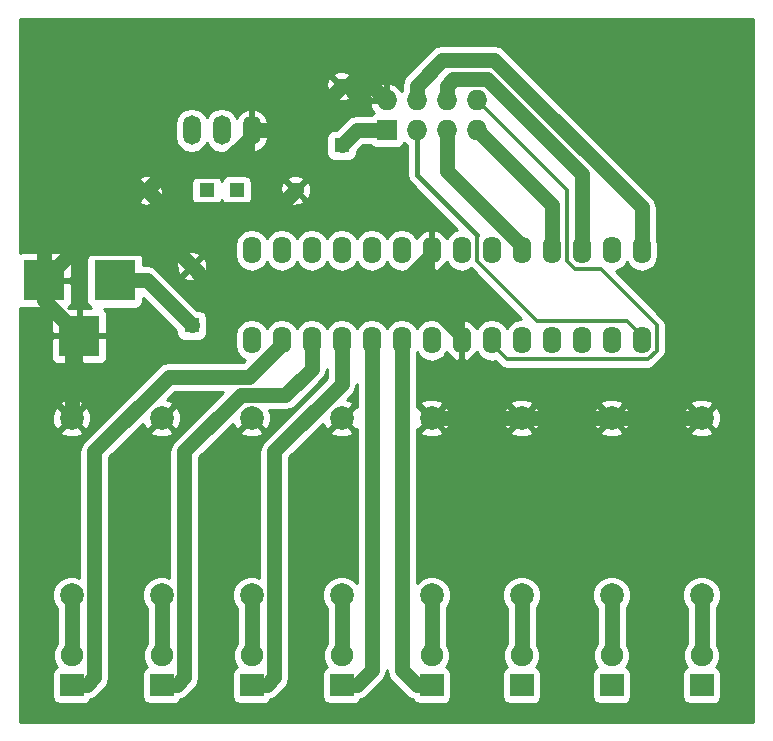
<source format=gbr>
G04 #@! TF.FileFunction,Copper,L2,Bot,Signal*
%FSLAX46Y46*%
G04 Gerber Fmt 4.6, Leading zero omitted, Abs format (unit mm)*
G04 Created by KiCad (PCBNEW (2015-12-07 BZR 6352)-product) date Fri 05 Feb 2016 10:23:55 PM EST*
%MOMM*%
G01*
G04 APERTURE LIST*
%ADD10C,0.100000*%
%ADD11R,1.300000X1.300000*%
%ADD12C,1.300000*%
%ADD13R,3.500120X3.500120*%
%ADD14R,2.000000X1.900000*%
%ADD15C,1.900000*%
%ADD16O,1.600000X2.300000*%
%ADD17C,1.998980*%
%ADD18O,1.501140X2.499360*%
%ADD19R,1.727200X1.727200*%
%ADD20O,1.727200X1.727200*%
%ADD21C,1.270000*%
%ADD22C,0.330200*%
%ADD23C,0.381000*%
%ADD24C,0.254000*%
G04 APERTURE END LIST*
D10*
D11*
X19050000Y45720000D03*
D12*
X24050000Y45720000D03*
D11*
X16510000Y45720000D03*
D12*
X11510000Y45720000D03*
D13*
X8740140Y38100000D03*
X2740660Y38100000D03*
X5740400Y33401000D03*
D14*
X5080000Y3810000D03*
D15*
X5080000Y6350000D03*
D14*
X12700000Y3810000D03*
D15*
X12700000Y6350000D03*
D14*
X20320000Y3810000D03*
D15*
X20320000Y6350000D03*
D14*
X27940000Y3810000D03*
D15*
X27940000Y6350000D03*
D14*
X35560000Y3810000D03*
D15*
X35560000Y6350000D03*
D14*
X43180000Y3810000D03*
D15*
X43180000Y6350000D03*
D14*
X50800000Y3810000D03*
D15*
X50800000Y6350000D03*
D14*
X58420000Y3810000D03*
D15*
X58420000Y6350000D03*
D16*
X20320000Y33020000D03*
X22860000Y33020000D03*
X25400000Y33020000D03*
X27940000Y33020000D03*
X30480000Y33020000D03*
X33020000Y33020000D03*
X35560000Y33020000D03*
X38100000Y33020000D03*
X40640000Y33020000D03*
X43180000Y33020000D03*
X45720000Y33020000D03*
X48260000Y33020000D03*
X50800000Y33020000D03*
X53340000Y33020000D03*
X53340000Y40640000D03*
X50800000Y40640000D03*
X48260000Y40640000D03*
X45720000Y40640000D03*
X43180000Y40640000D03*
X40640000Y40640000D03*
X38100000Y40640000D03*
X35560000Y40640000D03*
X33020000Y40640000D03*
X30480000Y40640000D03*
X27940000Y40640000D03*
X25400000Y40640000D03*
X22860000Y40640000D03*
X20320000Y40640000D03*
D17*
X5080000Y26430000D03*
X5080000Y11430000D03*
X12700000Y26430000D03*
X12700000Y11430000D03*
X20320000Y26430000D03*
X20320000Y11430000D03*
X27940000Y26430000D03*
X27940000Y11430000D03*
X35560000Y26430000D03*
X35560000Y11430000D03*
X43180000Y26430000D03*
X43180000Y11430000D03*
X50800000Y26430000D03*
X50800000Y11430000D03*
X58420000Y26430000D03*
X58420000Y11430000D03*
D18*
X17780000Y50800000D03*
X20320000Y50800000D03*
X15240000Y50800000D03*
D19*
X31750000Y50800000D03*
D20*
X31750000Y53340000D03*
X34290000Y50800000D03*
X34290000Y53340000D03*
X36830000Y50800000D03*
X36830000Y53340000D03*
X39370000Y50800000D03*
X39370000Y53340000D03*
D11*
X15240000Y34290000D03*
D12*
X15240000Y39290000D03*
D11*
X27940000Y49530000D03*
D12*
X27940000Y54530000D03*
D21*
X8740140Y38100000D02*
X11430000Y38100000D01*
X11430000Y38100000D02*
X15240000Y34290000D01*
X5080000Y26430000D02*
X5080000Y32740600D01*
X5080000Y32740600D02*
X5740400Y33401000D01*
X43180000Y26430000D02*
X35560000Y26430000D01*
X50800000Y26430000D02*
X43180000Y26430000D01*
X58420000Y26430000D02*
X50800000Y26430000D01*
X27940000Y54530000D02*
X30560000Y54530000D01*
X30560000Y54530000D02*
X31750000Y53340000D01*
X24210000Y50800000D02*
X27940000Y54530000D01*
X20320000Y50800000D02*
X24210000Y50800000D01*
X11510000Y45720000D02*
X13099801Y47309801D01*
X17328911Y47309801D02*
X20320000Y50300890D01*
X13099801Y47309801D02*
X17328911Y47309801D01*
X20320000Y50300890D02*
X20320000Y50800000D01*
X24050000Y45720000D02*
X22460199Y44130199D01*
X13099801Y44130199D02*
X11510000Y45720000D01*
X22460199Y44130199D02*
X13099801Y44130199D01*
X11510000Y45720000D02*
X7340600Y45720000D01*
X7340600Y45720000D02*
X2740660Y41120060D01*
X2740660Y41120060D02*
X2740660Y38100000D01*
X2740660Y38100000D02*
X2740660Y36400740D01*
X2740660Y36400740D02*
X5740400Y33401000D01*
X33490000Y38220000D02*
X33490000Y37980000D01*
X33490000Y37980000D02*
X38100000Y33370000D01*
X38100000Y33370000D02*
X38100000Y33020000D01*
X15240000Y39290000D02*
X16310000Y38220000D01*
X33490000Y38220000D02*
X35560000Y40290000D01*
X16310000Y38220000D02*
X33490000Y38220000D01*
X35560000Y40290000D02*
X35560000Y40640000D01*
X2740660Y38100000D02*
X5430521Y40789861D01*
X5430521Y40789861D02*
X13740139Y40789861D01*
X13740139Y40789861D02*
X15240000Y39290000D01*
X31750000Y50800000D02*
X29210000Y50800000D01*
X29210000Y50800000D02*
X27940000Y49530000D01*
X39370000Y50800000D02*
X45720000Y44450000D01*
X45720000Y44450000D02*
X45720000Y40640000D01*
X36830000Y50800000D02*
X36830000Y47340000D01*
X36830000Y47340000D02*
X43180000Y40990000D01*
X43180000Y40990000D02*
X43180000Y40640000D01*
X36830000Y53340000D02*
X36830000Y54561314D01*
X36830000Y54561314D02*
X37412087Y55143401D01*
X37412087Y55143401D02*
X40235633Y55143401D01*
X40235633Y55143401D02*
X48260000Y47119034D01*
X48260000Y47119034D02*
X48260000Y40640000D01*
X5080000Y6350000D02*
X5080000Y11430000D01*
X12700000Y11430000D02*
X12700000Y6350000D01*
X20320000Y6350000D02*
X20320000Y11430000D01*
X27940000Y11430000D02*
X27940000Y6350000D01*
X35560000Y6350000D02*
X35560000Y11430000D01*
X43180000Y11430000D02*
X43180000Y6350000D01*
X50800000Y6350000D02*
X50800000Y11430000D01*
X58420000Y11430000D02*
X58420000Y6350000D01*
D22*
X39370000Y53340000D02*
X46990000Y45720000D01*
X46990000Y45720000D02*
X46990000Y39764077D01*
X46990000Y39764077D02*
X47733987Y39020090D01*
X47733987Y39020090D02*
X49879910Y39020090D01*
X49879910Y39020090D02*
X54610000Y34290000D01*
X53866013Y31400090D02*
X41909910Y31400090D01*
X54610000Y34290000D02*
X54610000Y32144077D01*
X54610000Y32144077D02*
X53866013Y31400090D01*
X41909910Y31400090D02*
X40640000Y32670000D01*
X40640000Y32670000D02*
X40640000Y33020000D01*
X39370000Y41910000D02*
X39370000Y39764077D01*
X39370000Y39764077D02*
X44494167Y34639910D01*
X44494167Y34639910D02*
X52070090Y34639910D01*
X52070090Y34639910D02*
X53340000Y33370000D01*
X53340000Y33370000D02*
X53340000Y33020000D01*
D23*
X34290000Y46990000D02*
X39370000Y41910000D01*
X34290000Y50800000D02*
X34290000Y46990000D01*
D21*
X34290000Y53340000D02*
X34290000Y54561314D01*
X34290000Y54561314D02*
X36446898Y56718212D01*
X36446898Y56718212D02*
X40887941Y56718212D01*
X40887941Y56718212D02*
X53340000Y44266153D01*
X53340000Y44266153D02*
X53340000Y40640000D01*
X5080000Y3810000D02*
X6350000Y3810000D01*
X6350000Y3810000D02*
X7019291Y4479291D01*
X7019291Y4479291D02*
X7019291Y23619443D01*
X20134102Y29944102D02*
X22860000Y32670000D01*
X7019291Y23619443D02*
X13343950Y29944102D01*
X13343950Y29944102D02*
X20134102Y29944102D01*
X22860000Y32670000D02*
X22860000Y33020000D01*
X12700000Y3810000D02*
X13970000Y3810000D01*
X13970000Y3810000D02*
X14639291Y4479291D01*
X14639291Y4479291D02*
X14639291Y23619443D01*
X14639291Y23619443D02*
X19389139Y28369291D01*
X19389139Y28369291D02*
X23169291Y28369291D01*
X23169291Y28369291D02*
X25400000Y30600000D01*
X25400000Y30600000D02*
X25400000Y33020000D01*
X20320000Y3810000D02*
X21590000Y3810000D01*
X21590000Y3810000D02*
X22259291Y4479291D01*
X22259291Y4479291D02*
X22259291Y23619443D01*
X22259291Y23619443D02*
X27940000Y29300152D01*
X27940000Y29300152D02*
X27940000Y33020000D01*
X27940000Y3810000D02*
X29210000Y3810000D01*
X29210000Y3810000D02*
X30480000Y5080000D01*
X30480000Y5080000D02*
X30480000Y33020000D01*
X35560000Y3810000D02*
X34290000Y3810000D01*
X33020000Y5080000D02*
X33020000Y33020000D01*
X34290000Y3810000D02*
X33020000Y5080000D01*
D24*
G36*
X62790000Y710000D02*
X710000Y710000D01*
X710000Y4760000D01*
X3432560Y4760000D01*
X3432560Y2860000D01*
X3476838Y2624683D01*
X3615910Y2408559D01*
X3828110Y2263569D01*
X4080000Y2212560D01*
X6080000Y2212560D01*
X6315317Y2256838D01*
X6531441Y2395910D01*
X6673917Y2604431D01*
X6836008Y2636673D01*
X7248026Y2911974D01*
X7917314Y3581263D01*
X7917317Y3581265D01*
X8192618Y3993283D01*
X8289291Y4479291D01*
X8289291Y23093391D01*
X10473737Y25277837D01*
X11727443Y25277837D01*
X11826042Y25011035D01*
X12435582Y24784599D01*
X13085377Y24808659D01*
X13573958Y25011035D01*
X13672557Y25277837D01*
X12700000Y26250395D01*
X11727443Y25277837D01*
X10473737Y25277837D01*
X11126068Y25930168D01*
X11281035Y25556042D01*
X11547837Y25457443D01*
X12520395Y26430000D01*
X12879605Y26430000D01*
X13852163Y25457443D01*
X14118965Y25556042D01*
X14345401Y26165582D01*
X14321341Y26815377D01*
X14118965Y27303958D01*
X13852163Y27402557D01*
X12879605Y26430000D01*
X12520395Y26430000D01*
X12506253Y26444142D01*
X12685858Y26623747D01*
X12700000Y26609605D01*
X13672557Y27582163D01*
X13573958Y27848965D01*
X13188177Y27992278D01*
X13870001Y28674102D01*
X17897899Y28674102D01*
X13741265Y24517469D01*
X13465964Y24105451D01*
X13369290Y23619443D01*
X13369291Y23619438D01*
X13369291Y12921886D01*
X13026547Y13064206D01*
X12376306Y13064774D01*
X11775345Y12816462D01*
X11315154Y12357073D01*
X11065794Y11756547D01*
X11065226Y11106306D01*
X11313538Y10505345D01*
X11430000Y10388680D01*
X11430000Y7321790D01*
X11357086Y7249003D01*
X11115276Y6666659D01*
X11114725Y6036107D01*
X11355519Y5453343D01*
X11453029Y5355663D01*
X11248559Y5224090D01*
X11103569Y5011890D01*
X11052560Y4760000D01*
X11052560Y2860000D01*
X11096838Y2624683D01*
X11235910Y2408559D01*
X11448110Y2263569D01*
X11700000Y2212560D01*
X13700000Y2212560D01*
X13935317Y2256838D01*
X14151441Y2395910D01*
X14293917Y2604431D01*
X14456008Y2636673D01*
X14868026Y2911974D01*
X15537314Y3581263D01*
X15537317Y3581265D01*
X15812618Y3993283D01*
X15909291Y4479291D01*
X15909291Y23093391D01*
X18093737Y25277837D01*
X19347443Y25277837D01*
X19446042Y25011035D01*
X20055582Y24784599D01*
X20705377Y24808659D01*
X21193958Y25011035D01*
X21292557Y25277837D01*
X20320000Y26250395D01*
X19347443Y25277837D01*
X18093737Y25277837D01*
X18746068Y25930168D01*
X18901035Y25556042D01*
X19167837Y25457443D01*
X20140395Y26430000D01*
X20126253Y26444142D01*
X20305858Y26623747D01*
X20320000Y26609605D01*
X20334142Y26623748D01*
X20513748Y26444142D01*
X20499605Y26430000D01*
X21472163Y25457443D01*
X21738965Y25556042D01*
X21965401Y26165582D01*
X21941341Y26815377D01*
X21823740Y27099291D01*
X23169286Y27099291D01*
X23169291Y27099290D01*
X23655299Y27195964D01*
X24067317Y27471265D01*
X26298026Y29701974D01*
X26573327Y30113992D01*
X26670000Y30599995D01*
X26670000Y29826203D01*
X21361265Y24517469D01*
X21085964Y24105451D01*
X20989290Y23619443D01*
X20989291Y23619438D01*
X20989291Y12921886D01*
X20646547Y13064206D01*
X19996306Y13064774D01*
X19395345Y12816462D01*
X18935154Y12357073D01*
X18685794Y11756547D01*
X18685226Y11106306D01*
X18933538Y10505345D01*
X19050000Y10388680D01*
X19050000Y7321790D01*
X18977086Y7249003D01*
X18735276Y6666659D01*
X18734725Y6036107D01*
X18975519Y5453343D01*
X19073029Y5355663D01*
X18868559Y5224090D01*
X18723569Y5011890D01*
X18672560Y4760000D01*
X18672560Y2860000D01*
X18716838Y2624683D01*
X18855910Y2408559D01*
X19068110Y2263569D01*
X19320000Y2212560D01*
X21320000Y2212560D01*
X21555317Y2256838D01*
X21771441Y2395910D01*
X21913917Y2604431D01*
X22076008Y2636673D01*
X22488026Y2911974D01*
X23157314Y3581263D01*
X23157317Y3581265D01*
X23432618Y3993283D01*
X23529291Y4479291D01*
X23529291Y23093391D01*
X25713737Y25277837D01*
X26967443Y25277837D01*
X27066042Y25011035D01*
X27675582Y24784599D01*
X28325377Y24808659D01*
X28813958Y25011035D01*
X28912557Y25277837D01*
X27940000Y26250395D01*
X26967443Y25277837D01*
X25713737Y25277837D01*
X26366068Y25930168D01*
X26521035Y25556042D01*
X26787837Y25457443D01*
X27760395Y26430000D01*
X27746253Y26444142D01*
X27925858Y26623747D01*
X27940000Y26609605D01*
X28912557Y27582163D01*
X28813958Y27848965D01*
X28428177Y27992278D01*
X28838023Y28402124D01*
X28838026Y28402126D01*
X29113327Y28814144D01*
X29121513Y28855299D01*
X29210000Y29300147D01*
X29210000Y27359009D01*
X29092163Y27402557D01*
X28119605Y26430000D01*
X29092163Y25457443D01*
X29210000Y25500991D01*
X29210000Y12471320D01*
X28867073Y12814846D01*
X28266547Y13064206D01*
X27616306Y13064774D01*
X27015345Y12816462D01*
X26555154Y12357073D01*
X26305794Y11756547D01*
X26305226Y11106306D01*
X26553538Y10505345D01*
X26670000Y10388680D01*
X26670000Y7321790D01*
X26597086Y7249003D01*
X26355276Y6666659D01*
X26354725Y6036107D01*
X26595519Y5453343D01*
X26693029Y5355663D01*
X26488559Y5224090D01*
X26343569Y5011890D01*
X26292560Y4760000D01*
X26292560Y2860000D01*
X26336838Y2624683D01*
X26475910Y2408559D01*
X26688110Y2263569D01*
X26940000Y2212560D01*
X28940000Y2212560D01*
X29175317Y2256838D01*
X29391441Y2395910D01*
X29533917Y2604431D01*
X29696008Y2636673D01*
X30108026Y2911974D01*
X31378023Y4181972D01*
X31378026Y4181974D01*
X31653327Y4593992D01*
X31750000Y5079997D01*
X31846673Y4593992D01*
X32121974Y4181974D01*
X33391972Y2911977D01*
X33391974Y2911974D01*
X33803992Y2636673D01*
X33970426Y2603567D01*
X34095910Y2408559D01*
X34308110Y2263569D01*
X34560000Y2212560D01*
X36560000Y2212560D01*
X36795317Y2256838D01*
X37011441Y2395910D01*
X37156431Y2608110D01*
X37207440Y2860000D01*
X37207440Y4760000D01*
X41532560Y4760000D01*
X41532560Y2860000D01*
X41576838Y2624683D01*
X41715910Y2408559D01*
X41928110Y2263569D01*
X42180000Y2212560D01*
X44180000Y2212560D01*
X44415317Y2256838D01*
X44631441Y2395910D01*
X44776431Y2608110D01*
X44827440Y2860000D01*
X44827440Y4760000D01*
X49152560Y4760000D01*
X49152560Y2860000D01*
X49196838Y2624683D01*
X49335910Y2408559D01*
X49548110Y2263569D01*
X49800000Y2212560D01*
X51800000Y2212560D01*
X52035317Y2256838D01*
X52251441Y2395910D01*
X52396431Y2608110D01*
X52447440Y2860000D01*
X52447440Y4760000D01*
X56772560Y4760000D01*
X56772560Y2860000D01*
X56816838Y2624683D01*
X56955910Y2408559D01*
X57168110Y2263569D01*
X57420000Y2212560D01*
X59420000Y2212560D01*
X59655317Y2256838D01*
X59871441Y2395910D01*
X60016431Y2608110D01*
X60067440Y2860000D01*
X60067440Y4760000D01*
X60023162Y4995317D01*
X59884090Y5211441D01*
X59671890Y5356431D01*
X59668808Y5357055D01*
X59762914Y5450997D01*
X60004724Y6033341D01*
X60005275Y6663893D01*
X59764481Y7246657D01*
X59690000Y7321268D01*
X59690000Y10388281D01*
X59804846Y10502927D01*
X60054206Y11103453D01*
X60054774Y11753694D01*
X59806462Y12354655D01*
X59347073Y12814846D01*
X58746547Y13064206D01*
X58096306Y13064774D01*
X57495345Y12816462D01*
X57035154Y12357073D01*
X56785794Y11756547D01*
X56785226Y11106306D01*
X57033538Y10505345D01*
X57150000Y10388680D01*
X57150000Y7321790D01*
X57077086Y7249003D01*
X56835276Y6666659D01*
X56834725Y6036107D01*
X57075519Y5453343D01*
X57173029Y5355663D01*
X56968559Y5224090D01*
X56823569Y5011890D01*
X56772560Y4760000D01*
X52447440Y4760000D01*
X52403162Y4995317D01*
X52264090Y5211441D01*
X52051890Y5356431D01*
X52048808Y5357055D01*
X52142914Y5450997D01*
X52384724Y6033341D01*
X52385275Y6663893D01*
X52144481Y7246657D01*
X52070000Y7321268D01*
X52070000Y10388281D01*
X52184846Y10502927D01*
X52434206Y11103453D01*
X52434774Y11753694D01*
X52186462Y12354655D01*
X51727073Y12814846D01*
X51126547Y13064206D01*
X50476306Y13064774D01*
X49875345Y12816462D01*
X49415154Y12357073D01*
X49165794Y11756547D01*
X49165226Y11106306D01*
X49413538Y10505345D01*
X49530000Y10388680D01*
X49530000Y7321790D01*
X49457086Y7249003D01*
X49215276Y6666659D01*
X49214725Y6036107D01*
X49455519Y5453343D01*
X49553029Y5355663D01*
X49348559Y5224090D01*
X49203569Y5011890D01*
X49152560Y4760000D01*
X44827440Y4760000D01*
X44783162Y4995317D01*
X44644090Y5211441D01*
X44431890Y5356431D01*
X44428808Y5357055D01*
X44522914Y5450997D01*
X44764724Y6033341D01*
X44765275Y6663893D01*
X44524481Y7246657D01*
X44450000Y7321268D01*
X44450000Y10388281D01*
X44564846Y10502927D01*
X44814206Y11103453D01*
X44814774Y11753694D01*
X44566462Y12354655D01*
X44107073Y12814846D01*
X43506547Y13064206D01*
X42856306Y13064774D01*
X42255345Y12816462D01*
X41795154Y12357073D01*
X41545794Y11756547D01*
X41545226Y11106306D01*
X41793538Y10505345D01*
X41910000Y10388680D01*
X41910000Y7321790D01*
X41837086Y7249003D01*
X41595276Y6666659D01*
X41594725Y6036107D01*
X41835519Y5453343D01*
X41933029Y5355663D01*
X41728559Y5224090D01*
X41583569Y5011890D01*
X41532560Y4760000D01*
X37207440Y4760000D01*
X37163162Y4995317D01*
X37024090Y5211441D01*
X36811890Y5356431D01*
X36808808Y5357055D01*
X36902914Y5450997D01*
X37144724Y6033341D01*
X37145275Y6663893D01*
X36904481Y7246657D01*
X36830000Y7321268D01*
X36830000Y10388281D01*
X36944846Y10502927D01*
X37194206Y11103453D01*
X37194774Y11753694D01*
X36946462Y12354655D01*
X36487073Y12814846D01*
X35886547Y13064206D01*
X35236306Y13064774D01*
X34635345Y12816462D01*
X34290000Y12471719D01*
X34290000Y25277837D01*
X34587443Y25277837D01*
X34686042Y25011035D01*
X35295582Y24784599D01*
X35945377Y24808659D01*
X36433958Y25011035D01*
X36532557Y25277837D01*
X42207443Y25277837D01*
X42306042Y25011035D01*
X42915582Y24784599D01*
X43565377Y24808659D01*
X44053958Y25011035D01*
X44152557Y25277837D01*
X49827443Y25277837D01*
X49926042Y25011035D01*
X50535582Y24784599D01*
X51185377Y24808659D01*
X51673958Y25011035D01*
X51772557Y25277837D01*
X57447443Y25277837D01*
X57546042Y25011035D01*
X58155582Y24784599D01*
X58805377Y24808659D01*
X59293958Y25011035D01*
X59392557Y25277837D01*
X58420000Y26250395D01*
X57447443Y25277837D01*
X51772557Y25277837D01*
X50800000Y26250395D01*
X49827443Y25277837D01*
X44152557Y25277837D01*
X43180000Y26250395D01*
X42207443Y25277837D01*
X36532557Y25277837D01*
X35560000Y26250395D01*
X34587443Y25277837D01*
X34290000Y25277837D01*
X34290000Y25500991D01*
X34407837Y25457443D01*
X35380395Y26430000D01*
X35739605Y26430000D01*
X36712163Y25457443D01*
X36978965Y25556042D01*
X37205401Y26165582D01*
X37185820Y26694418D01*
X41534599Y26694418D01*
X41558659Y26044623D01*
X41761035Y25556042D01*
X42027837Y25457443D01*
X43000395Y26430000D01*
X43359605Y26430000D01*
X44332163Y25457443D01*
X44598965Y25556042D01*
X44825401Y26165582D01*
X44805820Y26694418D01*
X49154599Y26694418D01*
X49178659Y26044623D01*
X49381035Y25556042D01*
X49647837Y25457443D01*
X50620395Y26430000D01*
X50979605Y26430000D01*
X51952163Y25457443D01*
X52218965Y25556042D01*
X52445401Y26165582D01*
X52425820Y26694418D01*
X56774599Y26694418D01*
X56798659Y26044623D01*
X57001035Y25556042D01*
X57267837Y25457443D01*
X58240395Y26430000D01*
X58599605Y26430000D01*
X59572163Y25457443D01*
X59838965Y25556042D01*
X60065401Y26165582D01*
X60041341Y26815377D01*
X59838965Y27303958D01*
X59572163Y27402557D01*
X58599605Y26430000D01*
X58240395Y26430000D01*
X57267837Y27402557D01*
X57001035Y27303958D01*
X56774599Y26694418D01*
X52425820Y26694418D01*
X52421341Y26815377D01*
X52218965Y27303958D01*
X51952163Y27402557D01*
X50979605Y26430000D01*
X50620395Y26430000D01*
X49647837Y27402557D01*
X49381035Y27303958D01*
X49154599Y26694418D01*
X44805820Y26694418D01*
X44801341Y26815377D01*
X44598965Y27303958D01*
X44332163Y27402557D01*
X43359605Y26430000D01*
X43000395Y26430000D01*
X42027837Y27402557D01*
X41761035Y27303958D01*
X41534599Y26694418D01*
X37185820Y26694418D01*
X37181341Y26815377D01*
X36978965Y27303958D01*
X36712163Y27402557D01*
X35739605Y26430000D01*
X35380395Y26430000D01*
X34407837Y27402557D01*
X34290000Y27359009D01*
X34290000Y27582163D01*
X34587443Y27582163D01*
X35560000Y26609605D01*
X36532557Y27582163D01*
X42207443Y27582163D01*
X43180000Y26609605D01*
X44152557Y27582163D01*
X49827443Y27582163D01*
X50800000Y26609605D01*
X51772557Y27582163D01*
X57447443Y27582163D01*
X58420000Y26609605D01*
X59392557Y27582163D01*
X59293958Y27848965D01*
X58684418Y28075401D01*
X58034623Y28051341D01*
X57546042Y27848965D01*
X57447443Y27582163D01*
X51772557Y27582163D01*
X51673958Y27848965D01*
X51064418Y28075401D01*
X50414623Y28051341D01*
X49926042Y27848965D01*
X49827443Y27582163D01*
X44152557Y27582163D01*
X44053958Y27848965D01*
X43444418Y28075401D01*
X42794623Y28051341D01*
X42306042Y27848965D01*
X42207443Y27582163D01*
X36532557Y27582163D01*
X36433958Y27848965D01*
X35824418Y28075401D01*
X35174623Y28051341D01*
X34686042Y27848965D01*
X34587443Y27582163D01*
X34290000Y27582163D01*
X34290000Y32002418D01*
X34545302Y31620332D01*
X35010849Y31309263D01*
X35560000Y31200030D01*
X36109151Y31309263D01*
X36574698Y31620332D01*
X36827149Y31998151D01*
X37175104Y31565500D01*
X37668181Y31295633D01*
X37750961Y31278096D01*
X37973000Y31400085D01*
X37973000Y32893000D01*
X37953000Y32893000D01*
X37953000Y33147000D01*
X37973000Y33147000D01*
X37973000Y34639915D01*
X37750961Y34761904D01*
X37668181Y34744367D01*
X37175104Y34474500D01*
X36827149Y34041849D01*
X36574698Y34419668D01*
X36109151Y34730737D01*
X35560000Y34839970D01*
X35010849Y34730737D01*
X34545302Y34419668D01*
X34290000Y34037582D01*
X34034698Y34419668D01*
X33569151Y34730737D01*
X33020000Y34839970D01*
X32470849Y34730737D01*
X32005302Y34419668D01*
X31750000Y34037582D01*
X31494698Y34419668D01*
X31029151Y34730737D01*
X30480000Y34839970D01*
X29930849Y34730737D01*
X29465302Y34419668D01*
X29210000Y34037582D01*
X28954698Y34419668D01*
X28489151Y34730737D01*
X27940000Y34839970D01*
X27390849Y34730737D01*
X26925302Y34419668D01*
X26670000Y34037582D01*
X26414698Y34419668D01*
X25949151Y34730737D01*
X25400000Y34839970D01*
X24850849Y34730737D01*
X24385302Y34419668D01*
X24130000Y34037582D01*
X23874698Y34419668D01*
X23409151Y34730737D01*
X22860000Y34839970D01*
X22310849Y34730737D01*
X21845302Y34419668D01*
X21590000Y34037582D01*
X21334698Y34419668D01*
X20869151Y34730737D01*
X20320000Y34839970D01*
X19770849Y34730737D01*
X19305302Y34419668D01*
X18994233Y33954121D01*
X18885000Y33404970D01*
X18885000Y32635030D01*
X18994233Y32085879D01*
X19305302Y31620332D01*
X19730303Y31336355D01*
X19608050Y31214102D01*
X13343955Y31214102D01*
X13343950Y31214103D01*
X12857942Y31117429D01*
X12445924Y30842128D01*
X12445922Y30842125D01*
X6121265Y24517469D01*
X5845964Y24105451D01*
X5749290Y23619443D01*
X5749291Y23619438D01*
X5749291Y12921886D01*
X5406547Y13064206D01*
X4756306Y13064774D01*
X4155345Y12816462D01*
X3695154Y12357073D01*
X3445794Y11756547D01*
X3445226Y11106306D01*
X3693538Y10505345D01*
X3810000Y10388680D01*
X3810000Y7321790D01*
X3737086Y7249003D01*
X3495276Y6666659D01*
X3494725Y6036107D01*
X3735519Y5453343D01*
X3833029Y5355663D01*
X3628559Y5224090D01*
X3483569Y5011890D01*
X3432560Y4760000D01*
X710000Y4760000D01*
X710000Y25277837D01*
X4107443Y25277837D01*
X4206042Y25011035D01*
X4815582Y24784599D01*
X5465377Y24808659D01*
X5953958Y25011035D01*
X6052557Y25277837D01*
X5080000Y26250395D01*
X4107443Y25277837D01*
X710000Y25277837D01*
X710000Y26694418D01*
X3434599Y26694418D01*
X3458659Y26044623D01*
X3661035Y25556042D01*
X3927837Y25457443D01*
X4900395Y26430000D01*
X5259605Y26430000D01*
X6232163Y25457443D01*
X6498965Y25556042D01*
X6725401Y26165582D01*
X6701341Y26815377D01*
X6498965Y27303958D01*
X6232163Y27402557D01*
X5259605Y26430000D01*
X4900395Y26430000D01*
X3927837Y27402557D01*
X3661035Y27303958D01*
X3434599Y26694418D01*
X710000Y26694418D01*
X710000Y27582163D01*
X4107443Y27582163D01*
X5080000Y26609605D01*
X6052557Y27582163D01*
X5953958Y27848965D01*
X5344418Y28075401D01*
X4694623Y28051341D01*
X4206042Y27848965D01*
X4107443Y27582163D01*
X710000Y27582163D01*
X710000Y33115250D01*
X3355340Y33115250D01*
X3355340Y31524630D01*
X3452013Y31291241D01*
X3630642Y31112613D01*
X3864031Y31015940D01*
X5454650Y31015940D01*
X5613400Y31174690D01*
X5613400Y33274000D01*
X5867400Y33274000D01*
X5867400Y31174690D01*
X6026150Y31015940D01*
X7616769Y31015940D01*
X7850158Y31112613D01*
X8028787Y31291241D01*
X8125460Y31524630D01*
X8125460Y33115250D01*
X7966710Y33274000D01*
X5867400Y33274000D01*
X5613400Y33274000D01*
X3514090Y33274000D01*
X3355340Y33115250D01*
X710000Y33115250D01*
X710000Y35778849D01*
X864291Y35714940D01*
X2454910Y35714940D01*
X2613660Y35873690D01*
X2613660Y37973000D01*
X2867660Y37973000D01*
X2867660Y35873690D01*
X3026410Y35714940D01*
X3692332Y35714940D01*
X3630642Y35689387D01*
X3452013Y35510759D01*
X3355340Y35277370D01*
X3355340Y33686750D01*
X3514090Y33528000D01*
X5613400Y33528000D01*
X5613400Y35627310D01*
X5867400Y35627310D01*
X5867400Y33528000D01*
X7966710Y33528000D01*
X8125460Y33686750D01*
X8125460Y35277370D01*
X8028787Y35510759D01*
X7850158Y35689387D01*
X7818500Y35702500D01*
X10490200Y35702500D01*
X10725517Y35746778D01*
X10941641Y35885850D01*
X11086631Y36098050D01*
X11137640Y36349940D01*
X11137640Y36596308D01*
X13942560Y33791389D01*
X13942560Y33640000D01*
X13986838Y33404683D01*
X14125910Y33188559D01*
X14338110Y33043569D01*
X14590000Y32992560D01*
X15890000Y32992560D01*
X16125317Y33036838D01*
X16341441Y33175910D01*
X16486431Y33388110D01*
X16537440Y33640000D01*
X16537440Y34940000D01*
X16493162Y35175317D01*
X16354090Y35391441D01*
X16141890Y35536431D01*
X15890000Y35587440D01*
X15738611Y35587440D01*
X12935068Y38390984D01*
X14520590Y38390984D01*
X14576271Y38160389D01*
X15059078Y37992378D01*
X15569428Y38021917D01*
X15903729Y38160389D01*
X15959410Y38390984D01*
X15240000Y39110395D01*
X14520590Y38390984D01*
X12935068Y38390984D01*
X12328026Y38998026D01*
X11916008Y39273327D01*
X11430000Y39370001D01*
X11429995Y39370000D01*
X11137640Y39370000D01*
X11137640Y39470922D01*
X13942378Y39470922D01*
X13971917Y38960572D01*
X14110389Y38626271D01*
X14340984Y38570590D01*
X15060395Y39290000D01*
X15419605Y39290000D01*
X16139016Y38570590D01*
X16369611Y38626271D01*
X16537622Y39109078D01*
X16508083Y39619428D01*
X16369611Y39953729D01*
X16139016Y40009410D01*
X15419605Y39290000D01*
X15060395Y39290000D01*
X14340984Y40009410D01*
X14110389Y39953729D01*
X13942378Y39470922D01*
X11137640Y39470922D01*
X11137640Y39850060D01*
X11093362Y40085377D01*
X11026673Y40189016D01*
X14520590Y40189016D01*
X15240000Y39469605D01*
X15959410Y40189016D01*
X15903729Y40419611D01*
X15420922Y40587622D01*
X14910572Y40558083D01*
X14576271Y40419611D01*
X14520590Y40189016D01*
X11026673Y40189016D01*
X10954290Y40301501D01*
X10742090Y40446491D01*
X10490200Y40497500D01*
X6990080Y40497500D01*
X6754763Y40453222D01*
X6538639Y40314150D01*
X6393649Y40101950D01*
X6342640Y39850060D01*
X6342640Y36349940D01*
X6386918Y36114623D01*
X6525990Y35898499D01*
X6690550Y35786060D01*
X6026150Y35786060D01*
X5867400Y35627310D01*
X5613400Y35627310D01*
X5454650Y35786060D01*
X4788728Y35786060D01*
X4850418Y35811613D01*
X5029047Y35990241D01*
X5125720Y36223630D01*
X5125720Y37814250D01*
X4966970Y37973000D01*
X2867660Y37973000D01*
X2613660Y37973000D01*
X2593660Y37973000D01*
X2593660Y38227000D01*
X2613660Y38227000D01*
X2613660Y40326310D01*
X2867660Y40326310D01*
X2867660Y38227000D01*
X4966970Y38227000D01*
X5125720Y38385750D01*
X5125720Y39976370D01*
X5029047Y40209759D01*
X4850418Y40388387D01*
X4617029Y40485060D01*
X3026410Y40485060D01*
X2867660Y40326310D01*
X2613660Y40326310D01*
X2454910Y40485060D01*
X864291Y40485060D01*
X710000Y40421151D01*
X710000Y41024970D01*
X18885000Y41024970D01*
X18885000Y40255030D01*
X18994233Y39705879D01*
X19305302Y39240332D01*
X19770849Y38929263D01*
X20320000Y38820030D01*
X20869151Y38929263D01*
X21334698Y39240332D01*
X21590000Y39622418D01*
X21845302Y39240332D01*
X22310849Y38929263D01*
X22860000Y38820030D01*
X23409151Y38929263D01*
X23874698Y39240332D01*
X24130000Y39622418D01*
X24385302Y39240332D01*
X24850849Y38929263D01*
X25400000Y38820030D01*
X25949151Y38929263D01*
X26414698Y39240332D01*
X26670000Y39622418D01*
X26925302Y39240332D01*
X27390849Y38929263D01*
X27940000Y38820030D01*
X28489151Y38929263D01*
X28954698Y39240332D01*
X29210000Y39622418D01*
X29465302Y39240332D01*
X29930849Y38929263D01*
X30480000Y38820030D01*
X31029151Y38929263D01*
X31494698Y39240332D01*
X31750000Y39622418D01*
X32005302Y39240332D01*
X32470849Y38929263D01*
X33020000Y38820030D01*
X33569151Y38929263D01*
X34034698Y39240332D01*
X34287149Y39618151D01*
X34635104Y39185500D01*
X35128181Y38915633D01*
X35210961Y38898096D01*
X35433000Y39020085D01*
X35433000Y40513000D01*
X35413000Y40513000D01*
X35413000Y40767000D01*
X35433000Y40767000D01*
X35433000Y42259915D01*
X35210961Y42381904D01*
X35128181Y42364367D01*
X34635104Y42094500D01*
X34287149Y41661849D01*
X34034698Y42039668D01*
X33569151Y42350737D01*
X33020000Y42459970D01*
X32470849Y42350737D01*
X32005302Y42039668D01*
X31750000Y41657582D01*
X31494698Y42039668D01*
X31029151Y42350737D01*
X30480000Y42459970D01*
X29930849Y42350737D01*
X29465302Y42039668D01*
X29210000Y41657582D01*
X28954698Y42039668D01*
X28489151Y42350737D01*
X27940000Y42459970D01*
X27390849Y42350737D01*
X26925302Y42039668D01*
X26670000Y41657582D01*
X26414698Y42039668D01*
X25949151Y42350737D01*
X25400000Y42459970D01*
X24850849Y42350737D01*
X24385302Y42039668D01*
X24130000Y41657582D01*
X23874698Y42039668D01*
X23409151Y42350737D01*
X22860000Y42459970D01*
X22310849Y42350737D01*
X21845302Y42039668D01*
X21590000Y41657582D01*
X21334698Y42039668D01*
X20869151Y42350737D01*
X20320000Y42459970D01*
X19770849Y42350737D01*
X19305302Y42039668D01*
X18994233Y41574121D01*
X18885000Y41024970D01*
X710000Y41024970D01*
X710000Y44820984D01*
X10790590Y44820984D01*
X10846271Y44590389D01*
X11329078Y44422378D01*
X11839428Y44451917D01*
X12173729Y44590389D01*
X12229410Y44820984D01*
X11510000Y45540395D01*
X10790590Y44820984D01*
X710000Y44820984D01*
X710000Y45900922D01*
X10212378Y45900922D01*
X10241917Y45390572D01*
X10380389Y45056271D01*
X10610984Y45000590D01*
X11330395Y45720000D01*
X11689605Y45720000D01*
X12409016Y45000590D01*
X12639611Y45056271D01*
X12807622Y45539078D01*
X12778083Y46049428D01*
X12645298Y46370000D01*
X15212560Y46370000D01*
X15212560Y45070000D01*
X15256838Y44834683D01*
X15395910Y44618559D01*
X15608110Y44473569D01*
X15860000Y44422560D01*
X17160000Y44422560D01*
X17395317Y44466838D01*
X17611441Y44605910D01*
X17756431Y44818110D01*
X17778993Y44929523D01*
X17796838Y44834683D01*
X17935910Y44618559D01*
X18148110Y44473569D01*
X18400000Y44422560D01*
X19700000Y44422560D01*
X19935317Y44466838D01*
X20151441Y44605910D01*
X20296431Y44818110D01*
X20297012Y44820984D01*
X23330590Y44820984D01*
X23386271Y44590389D01*
X23869078Y44422378D01*
X24379428Y44451917D01*
X24713729Y44590389D01*
X24769410Y44820984D01*
X24050000Y45540395D01*
X23330590Y44820984D01*
X20297012Y44820984D01*
X20347440Y45070000D01*
X20347440Y45900922D01*
X22752378Y45900922D01*
X22781917Y45390572D01*
X22920389Y45056271D01*
X23150984Y45000590D01*
X23870395Y45720000D01*
X24229605Y45720000D01*
X24949016Y45000590D01*
X25179611Y45056271D01*
X25347622Y45539078D01*
X25318083Y46049428D01*
X25179611Y46383729D01*
X24949016Y46439410D01*
X24229605Y45720000D01*
X23870395Y45720000D01*
X23150984Y46439410D01*
X22920389Y46383729D01*
X22752378Y45900922D01*
X20347440Y45900922D01*
X20347440Y46370000D01*
X20303162Y46605317D01*
X20294347Y46619016D01*
X23330590Y46619016D01*
X24050000Y45899605D01*
X24769410Y46619016D01*
X24713729Y46849611D01*
X24230922Y47017622D01*
X23720572Y46988083D01*
X23386271Y46849611D01*
X23330590Y46619016D01*
X20294347Y46619016D01*
X20164090Y46821441D01*
X19951890Y46966431D01*
X19700000Y47017440D01*
X18400000Y47017440D01*
X18164683Y46973162D01*
X17948559Y46834090D01*
X17803569Y46621890D01*
X17781007Y46510477D01*
X17763162Y46605317D01*
X17624090Y46821441D01*
X17411890Y46966431D01*
X17160000Y47017440D01*
X15860000Y47017440D01*
X15624683Y46973162D01*
X15408559Y46834090D01*
X15263569Y46621890D01*
X15212560Y46370000D01*
X12645298Y46370000D01*
X12639611Y46383729D01*
X12409016Y46439410D01*
X11689605Y45720000D01*
X11330395Y45720000D01*
X10610984Y46439410D01*
X10380389Y46383729D01*
X10212378Y45900922D01*
X710000Y45900922D01*
X710000Y46619016D01*
X10790590Y46619016D01*
X11510000Y45899605D01*
X12229410Y46619016D01*
X12173729Y46849611D01*
X11690922Y47017622D01*
X11180572Y46988083D01*
X10846271Y46849611D01*
X10790590Y46619016D01*
X710000Y46619016D01*
X710000Y51336033D01*
X13854430Y51336033D01*
X13854430Y50263967D01*
X13959900Y49733732D01*
X14260254Y49284221D01*
X14709765Y48983867D01*
X15240000Y48878397D01*
X15770235Y48983867D01*
X16219746Y49284221D01*
X16510000Y49718616D01*
X16800254Y49284221D01*
X17249765Y48983867D01*
X17780000Y48878397D01*
X18310235Y48983867D01*
X18759746Y49284221D01*
X19060100Y49733732D01*
X19061950Y49743032D01*
X19088501Y49653323D01*
X19430056Y49231342D01*
X19907097Y48972190D01*
X19978725Y48958007D01*
X20193000Y49080661D01*
X20193000Y50673000D01*
X20447000Y50673000D01*
X20447000Y49080661D01*
X20661275Y48958007D01*
X20732903Y48972190D01*
X21209944Y49231342D01*
X21551499Y49653323D01*
X21705570Y50173890D01*
X21705570Y50180000D01*
X26642560Y50180000D01*
X26642560Y48880000D01*
X26686838Y48644683D01*
X26825910Y48428559D01*
X27038110Y48283569D01*
X27290000Y48232560D01*
X28590000Y48232560D01*
X28825317Y48276838D01*
X29041441Y48415910D01*
X29186431Y48628110D01*
X29237440Y48880000D01*
X29237440Y49031388D01*
X29736051Y49530000D01*
X30393327Y49530000D01*
X30422310Y49484959D01*
X30634510Y49339969D01*
X30886400Y49288960D01*
X32613600Y49288960D01*
X32848917Y49333238D01*
X33065041Y49472310D01*
X33210031Y49684510D01*
X33218864Y49728131D01*
X33230330Y49710971D01*
X33464500Y49554503D01*
X33464500Y46990000D01*
X33527337Y46674094D01*
X33706283Y46406283D01*
X37726825Y42385741D01*
X37550849Y42350737D01*
X37085302Y42039668D01*
X36832851Y41661849D01*
X36484896Y42094500D01*
X35991819Y42364367D01*
X35909039Y42381904D01*
X35687000Y42259915D01*
X35687000Y40767000D01*
X35707000Y40767000D01*
X35707000Y40513000D01*
X35687000Y40513000D01*
X35687000Y39020085D01*
X35909039Y38898096D01*
X35991819Y38915633D01*
X36484896Y39185500D01*
X36832851Y39618151D01*
X37085302Y39240332D01*
X37550849Y38929263D01*
X38100000Y38820030D01*
X38649151Y38929263D01*
X38903411Y39099154D01*
X43165483Y34837082D01*
X42630849Y34730737D01*
X42165302Y34419668D01*
X41910000Y34037582D01*
X41654698Y34419668D01*
X41189151Y34730737D01*
X40640000Y34839970D01*
X40090849Y34730737D01*
X39625302Y34419668D01*
X39372851Y34041849D01*
X39024896Y34474500D01*
X38531819Y34744367D01*
X38449039Y34761904D01*
X38227000Y34639915D01*
X38227000Y33147000D01*
X38247000Y33147000D01*
X38247000Y32893000D01*
X38227000Y32893000D01*
X38227000Y31400085D01*
X38449039Y31278096D01*
X38531819Y31295633D01*
X39024896Y31565500D01*
X39372851Y31998151D01*
X39625302Y31620332D01*
X40090849Y31309263D01*
X40640000Y31200030D01*
X40922304Y31256184D01*
X41344154Y30834334D01*
X41603725Y30660894D01*
X41909910Y30599990D01*
X53866013Y30599990D01*
X54172198Y30660894D01*
X54431769Y30834334D01*
X55175756Y31578321D01*
X55349196Y31837892D01*
X55410100Y32144077D01*
X55410100Y34290000D01*
X55349196Y34596185D01*
X55175756Y34855756D01*
X51143213Y38888299D01*
X51349151Y38929263D01*
X51814698Y39240332D01*
X52070000Y39622418D01*
X52325302Y39240332D01*
X52790849Y38929263D01*
X53340000Y38820030D01*
X53889151Y38929263D01*
X54354698Y39240332D01*
X54665767Y39705879D01*
X54775000Y40255030D01*
X54775000Y41024970D01*
X54665767Y41574121D01*
X54610000Y41657582D01*
X54610000Y44266148D01*
X54610001Y44266153D01*
X54513327Y44752161D01*
X54458188Y44834683D01*
X54238026Y45164179D01*
X54238023Y45164181D01*
X41785967Y57616238D01*
X41373949Y57891539D01*
X40887941Y57988213D01*
X40887936Y57988212D01*
X36446898Y57988212D01*
X35960890Y57891539D01*
X35548872Y57616238D01*
X35548870Y57616235D01*
X33391974Y55459340D01*
X33116673Y55047322D01*
X33019999Y54561314D01*
X33020000Y54561309D01*
X33020000Y54114248D01*
X33014336Y54105772D01*
X32956821Y54228490D01*
X32524947Y54622688D01*
X32109026Y54794958D01*
X31877000Y54673817D01*
X31877000Y53467000D01*
X31897000Y53467000D01*
X31897000Y53213000D01*
X31877000Y53213000D01*
X31877000Y53193000D01*
X31623000Y53193000D01*
X31623000Y53213000D01*
X30415531Y53213000D01*
X30295032Y52980973D01*
X30543179Y52451510D01*
X30729433Y52281505D01*
X30651083Y52266762D01*
X30434959Y52127690D01*
X30395541Y52070000D01*
X29210000Y52070000D01*
X28723992Y51973327D01*
X28311974Y51698026D01*
X28311972Y51698023D01*
X27441388Y50827440D01*
X27290000Y50827440D01*
X27054683Y50783162D01*
X26838559Y50644090D01*
X26693569Y50431890D01*
X26642560Y50180000D01*
X21705570Y50180000D01*
X21705570Y50673000D01*
X20447000Y50673000D01*
X20193000Y50673000D01*
X20173000Y50673000D01*
X20173000Y50927000D01*
X20193000Y50927000D01*
X20193000Y52519339D01*
X20447000Y52519339D01*
X20447000Y50927000D01*
X21705570Y50927000D01*
X21705570Y51426110D01*
X21551499Y51946677D01*
X21209944Y52368658D01*
X20732903Y52627810D01*
X20661275Y52641993D01*
X20447000Y52519339D01*
X20193000Y52519339D01*
X19978725Y52641993D01*
X19907097Y52627810D01*
X19430056Y52368658D01*
X19088501Y51946677D01*
X19061950Y51856968D01*
X19060100Y51866268D01*
X18759746Y52315779D01*
X18310235Y52616133D01*
X17780000Y52721603D01*
X17249765Y52616133D01*
X16800254Y52315779D01*
X16510000Y51881384D01*
X16219746Y52315779D01*
X15770235Y52616133D01*
X15240000Y52721603D01*
X14709765Y52616133D01*
X14260254Y52315779D01*
X13959900Y51866268D01*
X13854430Y51336033D01*
X710000Y51336033D01*
X710000Y53630984D01*
X27220590Y53630984D01*
X27276271Y53400389D01*
X27759078Y53232378D01*
X28269428Y53261917D01*
X28603729Y53400389D01*
X28659410Y53630984D01*
X28591368Y53699027D01*
X30295032Y53699027D01*
X30415531Y53467000D01*
X31623000Y53467000D01*
X31623000Y54673817D01*
X31390974Y54794958D01*
X30975053Y54622688D01*
X30543179Y54228490D01*
X30295032Y53699027D01*
X28591368Y53699027D01*
X27940000Y54350395D01*
X27220590Y53630984D01*
X710000Y53630984D01*
X710000Y54710922D01*
X26642378Y54710922D01*
X26671917Y54200572D01*
X26810389Y53866271D01*
X27040984Y53810590D01*
X27760395Y54530000D01*
X28119605Y54530000D01*
X28839016Y53810590D01*
X29069611Y53866271D01*
X29237622Y54349078D01*
X29208083Y54859428D01*
X29069611Y55193729D01*
X28839016Y55249410D01*
X28119605Y54530000D01*
X27760395Y54530000D01*
X27040984Y55249410D01*
X26810389Y55193729D01*
X26642378Y54710922D01*
X710000Y54710922D01*
X710000Y55429016D01*
X27220590Y55429016D01*
X27940000Y54709605D01*
X28659410Y55429016D01*
X28603729Y55659611D01*
X28120922Y55827622D01*
X27610572Y55798083D01*
X27276271Y55659611D01*
X27220590Y55429016D01*
X710000Y55429016D01*
X710000Y60250000D01*
X62790000Y60250000D01*
X62790000Y710000D01*
X62790000Y710000D01*
G37*
X62790000Y710000D02*
X710000Y710000D01*
X710000Y4760000D01*
X3432560Y4760000D01*
X3432560Y2860000D01*
X3476838Y2624683D01*
X3615910Y2408559D01*
X3828110Y2263569D01*
X4080000Y2212560D01*
X6080000Y2212560D01*
X6315317Y2256838D01*
X6531441Y2395910D01*
X6673917Y2604431D01*
X6836008Y2636673D01*
X7248026Y2911974D01*
X7917314Y3581263D01*
X7917317Y3581265D01*
X8192618Y3993283D01*
X8289291Y4479291D01*
X8289291Y23093391D01*
X10473737Y25277837D01*
X11727443Y25277837D01*
X11826042Y25011035D01*
X12435582Y24784599D01*
X13085377Y24808659D01*
X13573958Y25011035D01*
X13672557Y25277837D01*
X12700000Y26250395D01*
X11727443Y25277837D01*
X10473737Y25277837D01*
X11126068Y25930168D01*
X11281035Y25556042D01*
X11547837Y25457443D01*
X12520395Y26430000D01*
X12879605Y26430000D01*
X13852163Y25457443D01*
X14118965Y25556042D01*
X14345401Y26165582D01*
X14321341Y26815377D01*
X14118965Y27303958D01*
X13852163Y27402557D01*
X12879605Y26430000D01*
X12520395Y26430000D01*
X12506253Y26444142D01*
X12685858Y26623747D01*
X12700000Y26609605D01*
X13672557Y27582163D01*
X13573958Y27848965D01*
X13188177Y27992278D01*
X13870001Y28674102D01*
X17897899Y28674102D01*
X13741265Y24517469D01*
X13465964Y24105451D01*
X13369290Y23619443D01*
X13369291Y23619438D01*
X13369291Y12921886D01*
X13026547Y13064206D01*
X12376306Y13064774D01*
X11775345Y12816462D01*
X11315154Y12357073D01*
X11065794Y11756547D01*
X11065226Y11106306D01*
X11313538Y10505345D01*
X11430000Y10388680D01*
X11430000Y7321790D01*
X11357086Y7249003D01*
X11115276Y6666659D01*
X11114725Y6036107D01*
X11355519Y5453343D01*
X11453029Y5355663D01*
X11248559Y5224090D01*
X11103569Y5011890D01*
X11052560Y4760000D01*
X11052560Y2860000D01*
X11096838Y2624683D01*
X11235910Y2408559D01*
X11448110Y2263569D01*
X11700000Y2212560D01*
X13700000Y2212560D01*
X13935317Y2256838D01*
X14151441Y2395910D01*
X14293917Y2604431D01*
X14456008Y2636673D01*
X14868026Y2911974D01*
X15537314Y3581263D01*
X15537317Y3581265D01*
X15812618Y3993283D01*
X15909291Y4479291D01*
X15909291Y23093391D01*
X18093737Y25277837D01*
X19347443Y25277837D01*
X19446042Y25011035D01*
X20055582Y24784599D01*
X20705377Y24808659D01*
X21193958Y25011035D01*
X21292557Y25277837D01*
X20320000Y26250395D01*
X19347443Y25277837D01*
X18093737Y25277837D01*
X18746068Y25930168D01*
X18901035Y25556042D01*
X19167837Y25457443D01*
X20140395Y26430000D01*
X20126253Y26444142D01*
X20305858Y26623747D01*
X20320000Y26609605D01*
X20334142Y26623748D01*
X20513748Y26444142D01*
X20499605Y26430000D01*
X21472163Y25457443D01*
X21738965Y25556042D01*
X21965401Y26165582D01*
X21941341Y26815377D01*
X21823740Y27099291D01*
X23169286Y27099291D01*
X23169291Y27099290D01*
X23655299Y27195964D01*
X24067317Y27471265D01*
X26298026Y29701974D01*
X26573327Y30113992D01*
X26670000Y30599995D01*
X26670000Y29826203D01*
X21361265Y24517469D01*
X21085964Y24105451D01*
X20989290Y23619443D01*
X20989291Y23619438D01*
X20989291Y12921886D01*
X20646547Y13064206D01*
X19996306Y13064774D01*
X19395345Y12816462D01*
X18935154Y12357073D01*
X18685794Y11756547D01*
X18685226Y11106306D01*
X18933538Y10505345D01*
X19050000Y10388680D01*
X19050000Y7321790D01*
X18977086Y7249003D01*
X18735276Y6666659D01*
X18734725Y6036107D01*
X18975519Y5453343D01*
X19073029Y5355663D01*
X18868559Y5224090D01*
X18723569Y5011890D01*
X18672560Y4760000D01*
X18672560Y2860000D01*
X18716838Y2624683D01*
X18855910Y2408559D01*
X19068110Y2263569D01*
X19320000Y2212560D01*
X21320000Y2212560D01*
X21555317Y2256838D01*
X21771441Y2395910D01*
X21913917Y2604431D01*
X22076008Y2636673D01*
X22488026Y2911974D01*
X23157314Y3581263D01*
X23157317Y3581265D01*
X23432618Y3993283D01*
X23529291Y4479291D01*
X23529291Y23093391D01*
X25713737Y25277837D01*
X26967443Y25277837D01*
X27066042Y25011035D01*
X27675582Y24784599D01*
X28325377Y24808659D01*
X28813958Y25011035D01*
X28912557Y25277837D01*
X27940000Y26250395D01*
X26967443Y25277837D01*
X25713737Y25277837D01*
X26366068Y25930168D01*
X26521035Y25556042D01*
X26787837Y25457443D01*
X27760395Y26430000D01*
X27746253Y26444142D01*
X27925858Y26623747D01*
X27940000Y26609605D01*
X28912557Y27582163D01*
X28813958Y27848965D01*
X28428177Y27992278D01*
X28838023Y28402124D01*
X28838026Y28402126D01*
X29113327Y28814144D01*
X29121513Y28855299D01*
X29210000Y29300147D01*
X29210000Y27359009D01*
X29092163Y27402557D01*
X28119605Y26430000D01*
X29092163Y25457443D01*
X29210000Y25500991D01*
X29210000Y12471320D01*
X28867073Y12814846D01*
X28266547Y13064206D01*
X27616306Y13064774D01*
X27015345Y12816462D01*
X26555154Y12357073D01*
X26305794Y11756547D01*
X26305226Y11106306D01*
X26553538Y10505345D01*
X26670000Y10388680D01*
X26670000Y7321790D01*
X26597086Y7249003D01*
X26355276Y6666659D01*
X26354725Y6036107D01*
X26595519Y5453343D01*
X26693029Y5355663D01*
X26488559Y5224090D01*
X26343569Y5011890D01*
X26292560Y4760000D01*
X26292560Y2860000D01*
X26336838Y2624683D01*
X26475910Y2408559D01*
X26688110Y2263569D01*
X26940000Y2212560D01*
X28940000Y2212560D01*
X29175317Y2256838D01*
X29391441Y2395910D01*
X29533917Y2604431D01*
X29696008Y2636673D01*
X30108026Y2911974D01*
X31378023Y4181972D01*
X31378026Y4181974D01*
X31653327Y4593992D01*
X31750000Y5079997D01*
X31846673Y4593992D01*
X32121974Y4181974D01*
X33391972Y2911977D01*
X33391974Y2911974D01*
X33803992Y2636673D01*
X33970426Y2603567D01*
X34095910Y2408559D01*
X34308110Y2263569D01*
X34560000Y2212560D01*
X36560000Y2212560D01*
X36795317Y2256838D01*
X37011441Y2395910D01*
X37156431Y2608110D01*
X37207440Y2860000D01*
X37207440Y4760000D01*
X41532560Y4760000D01*
X41532560Y2860000D01*
X41576838Y2624683D01*
X41715910Y2408559D01*
X41928110Y2263569D01*
X42180000Y2212560D01*
X44180000Y2212560D01*
X44415317Y2256838D01*
X44631441Y2395910D01*
X44776431Y2608110D01*
X44827440Y2860000D01*
X44827440Y4760000D01*
X49152560Y4760000D01*
X49152560Y2860000D01*
X49196838Y2624683D01*
X49335910Y2408559D01*
X49548110Y2263569D01*
X49800000Y2212560D01*
X51800000Y2212560D01*
X52035317Y2256838D01*
X52251441Y2395910D01*
X52396431Y2608110D01*
X52447440Y2860000D01*
X52447440Y4760000D01*
X56772560Y4760000D01*
X56772560Y2860000D01*
X56816838Y2624683D01*
X56955910Y2408559D01*
X57168110Y2263569D01*
X57420000Y2212560D01*
X59420000Y2212560D01*
X59655317Y2256838D01*
X59871441Y2395910D01*
X60016431Y2608110D01*
X60067440Y2860000D01*
X60067440Y4760000D01*
X60023162Y4995317D01*
X59884090Y5211441D01*
X59671890Y5356431D01*
X59668808Y5357055D01*
X59762914Y5450997D01*
X60004724Y6033341D01*
X60005275Y6663893D01*
X59764481Y7246657D01*
X59690000Y7321268D01*
X59690000Y10388281D01*
X59804846Y10502927D01*
X60054206Y11103453D01*
X60054774Y11753694D01*
X59806462Y12354655D01*
X59347073Y12814846D01*
X58746547Y13064206D01*
X58096306Y13064774D01*
X57495345Y12816462D01*
X57035154Y12357073D01*
X56785794Y11756547D01*
X56785226Y11106306D01*
X57033538Y10505345D01*
X57150000Y10388680D01*
X57150000Y7321790D01*
X57077086Y7249003D01*
X56835276Y6666659D01*
X56834725Y6036107D01*
X57075519Y5453343D01*
X57173029Y5355663D01*
X56968559Y5224090D01*
X56823569Y5011890D01*
X56772560Y4760000D01*
X52447440Y4760000D01*
X52403162Y4995317D01*
X52264090Y5211441D01*
X52051890Y5356431D01*
X52048808Y5357055D01*
X52142914Y5450997D01*
X52384724Y6033341D01*
X52385275Y6663893D01*
X52144481Y7246657D01*
X52070000Y7321268D01*
X52070000Y10388281D01*
X52184846Y10502927D01*
X52434206Y11103453D01*
X52434774Y11753694D01*
X52186462Y12354655D01*
X51727073Y12814846D01*
X51126547Y13064206D01*
X50476306Y13064774D01*
X49875345Y12816462D01*
X49415154Y12357073D01*
X49165794Y11756547D01*
X49165226Y11106306D01*
X49413538Y10505345D01*
X49530000Y10388680D01*
X49530000Y7321790D01*
X49457086Y7249003D01*
X49215276Y6666659D01*
X49214725Y6036107D01*
X49455519Y5453343D01*
X49553029Y5355663D01*
X49348559Y5224090D01*
X49203569Y5011890D01*
X49152560Y4760000D01*
X44827440Y4760000D01*
X44783162Y4995317D01*
X44644090Y5211441D01*
X44431890Y5356431D01*
X44428808Y5357055D01*
X44522914Y5450997D01*
X44764724Y6033341D01*
X44765275Y6663893D01*
X44524481Y7246657D01*
X44450000Y7321268D01*
X44450000Y10388281D01*
X44564846Y10502927D01*
X44814206Y11103453D01*
X44814774Y11753694D01*
X44566462Y12354655D01*
X44107073Y12814846D01*
X43506547Y13064206D01*
X42856306Y13064774D01*
X42255345Y12816462D01*
X41795154Y12357073D01*
X41545794Y11756547D01*
X41545226Y11106306D01*
X41793538Y10505345D01*
X41910000Y10388680D01*
X41910000Y7321790D01*
X41837086Y7249003D01*
X41595276Y6666659D01*
X41594725Y6036107D01*
X41835519Y5453343D01*
X41933029Y5355663D01*
X41728559Y5224090D01*
X41583569Y5011890D01*
X41532560Y4760000D01*
X37207440Y4760000D01*
X37163162Y4995317D01*
X37024090Y5211441D01*
X36811890Y5356431D01*
X36808808Y5357055D01*
X36902914Y5450997D01*
X37144724Y6033341D01*
X37145275Y6663893D01*
X36904481Y7246657D01*
X36830000Y7321268D01*
X36830000Y10388281D01*
X36944846Y10502927D01*
X37194206Y11103453D01*
X37194774Y11753694D01*
X36946462Y12354655D01*
X36487073Y12814846D01*
X35886547Y13064206D01*
X35236306Y13064774D01*
X34635345Y12816462D01*
X34290000Y12471719D01*
X34290000Y25277837D01*
X34587443Y25277837D01*
X34686042Y25011035D01*
X35295582Y24784599D01*
X35945377Y24808659D01*
X36433958Y25011035D01*
X36532557Y25277837D01*
X42207443Y25277837D01*
X42306042Y25011035D01*
X42915582Y24784599D01*
X43565377Y24808659D01*
X44053958Y25011035D01*
X44152557Y25277837D01*
X49827443Y25277837D01*
X49926042Y25011035D01*
X50535582Y24784599D01*
X51185377Y24808659D01*
X51673958Y25011035D01*
X51772557Y25277837D01*
X57447443Y25277837D01*
X57546042Y25011035D01*
X58155582Y24784599D01*
X58805377Y24808659D01*
X59293958Y25011035D01*
X59392557Y25277837D01*
X58420000Y26250395D01*
X57447443Y25277837D01*
X51772557Y25277837D01*
X50800000Y26250395D01*
X49827443Y25277837D01*
X44152557Y25277837D01*
X43180000Y26250395D01*
X42207443Y25277837D01*
X36532557Y25277837D01*
X35560000Y26250395D01*
X34587443Y25277837D01*
X34290000Y25277837D01*
X34290000Y25500991D01*
X34407837Y25457443D01*
X35380395Y26430000D01*
X35739605Y26430000D01*
X36712163Y25457443D01*
X36978965Y25556042D01*
X37205401Y26165582D01*
X37185820Y26694418D01*
X41534599Y26694418D01*
X41558659Y26044623D01*
X41761035Y25556042D01*
X42027837Y25457443D01*
X43000395Y26430000D01*
X43359605Y26430000D01*
X44332163Y25457443D01*
X44598965Y25556042D01*
X44825401Y26165582D01*
X44805820Y26694418D01*
X49154599Y26694418D01*
X49178659Y26044623D01*
X49381035Y25556042D01*
X49647837Y25457443D01*
X50620395Y26430000D01*
X50979605Y26430000D01*
X51952163Y25457443D01*
X52218965Y25556042D01*
X52445401Y26165582D01*
X52425820Y26694418D01*
X56774599Y26694418D01*
X56798659Y26044623D01*
X57001035Y25556042D01*
X57267837Y25457443D01*
X58240395Y26430000D01*
X58599605Y26430000D01*
X59572163Y25457443D01*
X59838965Y25556042D01*
X60065401Y26165582D01*
X60041341Y26815377D01*
X59838965Y27303958D01*
X59572163Y27402557D01*
X58599605Y26430000D01*
X58240395Y26430000D01*
X57267837Y27402557D01*
X57001035Y27303958D01*
X56774599Y26694418D01*
X52425820Y26694418D01*
X52421341Y26815377D01*
X52218965Y27303958D01*
X51952163Y27402557D01*
X50979605Y26430000D01*
X50620395Y26430000D01*
X49647837Y27402557D01*
X49381035Y27303958D01*
X49154599Y26694418D01*
X44805820Y26694418D01*
X44801341Y26815377D01*
X44598965Y27303958D01*
X44332163Y27402557D01*
X43359605Y26430000D01*
X43000395Y26430000D01*
X42027837Y27402557D01*
X41761035Y27303958D01*
X41534599Y26694418D01*
X37185820Y26694418D01*
X37181341Y26815377D01*
X36978965Y27303958D01*
X36712163Y27402557D01*
X35739605Y26430000D01*
X35380395Y26430000D01*
X34407837Y27402557D01*
X34290000Y27359009D01*
X34290000Y27582163D01*
X34587443Y27582163D01*
X35560000Y26609605D01*
X36532557Y27582163D01*
X42207443Y27582163D01*
X43180000Y26609605D01*
X44152557Y27582163D01*
X49827443Y27582163D01*
X50800000Y26609605D01*
X51772557Y27582163D01*
X57447443Y27582163D01*
X58420000Y26609605D01*
X59392557Y27582163D01*
X59293958Y27848965D01*
X58684418Y28075401D01*
X58034623Y28051341D01*
X57546042Y27848965D01*
X57447443Y27582163D01*
X51772557Y27582163D01*
X51673958Y27848965D01*
X51064418Y28075401D01*
X50414623Y28051341D01*
X49926042Y27848965D01*
X49827443Y27582163D01*
X44152557Y27582163D01*
X44053958Y27848965D01*
X43444418Y28075401D01*
X42794623Y28051341D01*
X42306042Y27848965D01*
X42207443Y27582163D01*
X36532557Y27582163D01*
X36433958Y27848965D01*
X35824418Y28075401D01*
X35174623Y28051341D01*
X34686042Y27848965D01*
X34587443Y27582163D01*
X34290000Y27582163D01*
X34290000Y32002418D01*
X34545302Y31620332D01*
X35010849Y31309263D01*
X35560000Y31200030D01*
X36109151Y31309263D01*
X36574698Y31620332D01*
X36827149Y31998151D01*
X37175104Y31565500D01*
X37668181Y31295633D01*
X37750961Y31278096D01*
X37973000Y31400085D01*
X37973000Y32893000D01*
X37953000Y32893000D01*
X37953000Y33147000D01*
X37973000Y33147000D01*
X37973000Y34639915D01*
X37750961Y34761904D01*
X37668181Y34744367D01*
X37175104Y34474500D01*
X36827149Y34041849D01*
X36574698Y34419668D01*
X36109151Y34730737D01*
X35560000Y34839970D01*
X35010849Y34730737D01*
X34545302Y34419668D01*
X34290000Y34037582D01*
X34034698Y34419668D01*
X33569151Y34730737D01*
X33020000Y34839970D01*
X32470849Y34730737D01*
X32005302Y34419668D01*
X31750000Y34037582D01*
X31494698Y34419668D01*
X31029151Y34730737D01*
X30480000Y34839970D01*
X29930849Y34730737D01*
X29465302Y34419668D01*
X29210000Y34037582D01*
X28954698Y34419668D01*
X28489151Y34730737D01*
X27940000Y34839970D01*
X27390849Y34730737D01*
X26925302Y34419668D01*
X26670000Y34037582D01*
X26414698Y34419668D01*
X25949151Y34730737D01*
X25400000Y34839970D01*
X24850849Y34730737D01*
X24385302Y34419668D01*
X24130000Y34037582D01*
X23874698Y34419668D01*
X23409151Y34730737D01*
X22860000Y34839970D01*
X22310849Y34730737D01*
X21845302Y34419668D01*
X21590000Y34037582D01*
X21334698Y34419668D01*
X20869151Y34730737D01*
X20320000Y34839970D01*
X19770849Y34730737D01*
X19305302Y34419668D01*
X18994233Y33954121D01*
X18885000Y33404970D01*
X18885000Y32635030D01*
X18994233Y32085879D01*
X19305302Y31620332D01*
X19730303Y31336355D01*
X19608050Y31214102D01*
X13343955Y31214102D01*
X13343950Y31214103D01*
X12857942Y31117429D01*
X12445924Y30842128D01*
X12445922Y30842125D01*
X6121265Y24517469D01*
X5845964Y24105451D01*
X5749290Y23619443D01*
X5749291Y23619438D01*
X5749291Y12921886D01*
X5406547Y13064206D01*
X4756306Y13064774D01*
X4155345Y12816462D01*
X3695154Y12357073D01*
X3445794Y11756547D01*
X3445226Y11106306D01*
X3693538Y10505345D01*
X3810000Y10388680D01*
X3810000Y7321790D01*
X3737086Y7249003D01*
X3495276Y6666659D01*
X3494725Y6036107D01*
X3735519Y5453343D01*
X3833029Y5355663D01*
X3628559Y5224090D01*
X3483569Y5011890D01*
X3432560Y4760000D01*
X710000Y4760000D01*
X710000Y25277837D01*
X4107443Y25277837D01*
X4206042Y25011035D01*
X4815582Y24784599D01*
X5465377Y24808659D01*
X5953958Y25011035D01*
X6052557Y25277837D01*
X5080000Y26250395D01*
X4107443Y25277837D01*
X710000Y25277837D01*
X710000Y26694418D01*
X3434599Y26694418D01*
X3458659Y26044623D01*
X3661035Y25556042D01*
X3927837Y25457443D01*
X4900395Y26430000D01*
X5259605Y26430000D01*
X6232163Y25457443D01*
X6498965Y25556042D01*
X6725401Y26165582D01*
X6701341Y26815377D01*
X6498965Y27303958D01*
X6232163Y27402557D01*
X5259605Y26430000D01*
X4900395Y26430000D01*
X3927837Y27402557D01*
X3661035Y27303958D01*
X3434599Y26694418D01*
X710000Y26694418D01*
X710000Y27582163D01*
X4107443Y27582163D01*
X5080000Y26609605D01*
X6052557Y27582163D01*
X5953958Y27848965D01*
X5344418Y28075401D01*
X4694623Y28051341D01*
X4206042Y27848965D01*
X4107443Y27582163D01*
X710000Y27582163D01*
X710000Y33115250D01*
X3355340Y33115250D01*
X3355340Y31524630D01*
X3452013Y31291241D01*
X3630642Y31112613D01*
X3864031Y31015940D01*
X5454650Y31015940D01*
X5613400Y31174690D01*
X5613400Y33274000D01*
X5867400Y33274000D01*
X5867400Y31174690D01*
X6026150Y31015940D01*
X7616769Y31015940D01*
X7850158Y31112613D01*
X8028787Y31291241D01*
X8125460Y31524630D01*
X8125460Y33115250D01*
X7966710Y33274000D01*
X5867400Y33274000D01*
X5613400Y33274000D01*
X3514090Y33274000D01*
X3355340Y33115250D01*
X710000Y33115250D01*
X710000Y35778849D01*
X864291Y35714940D01*
X2454910Y35714940D01*
X2613660Y35873690D01*
X2613660Y37973000D01*
X2867660Y37973000D01*
X2867660Y35873690D01*
X3026410Y35714940D01*
X3692332Y35714940D01*
X3630642Y35689387D01*
X3452013Y35510759D01*
X3355340Y35277370D01*
X3355340Y33686750D01*
X3514090Y33528000D01*
X5613400Y33528000D01*
X5613400Y35627310D01*
X5867400Y35627310D01*
X5867400Y33528000D01*
X7966710Y33528000D01*
X8125460Y33686750D01*
X8125460Y35277370D01*
X8028787Y35510759D01*
X7850158Y35689387D01*
X7818500Y35702500D01*
X10490200Y35702500D01*
X10725517Y35746778D01*
X10941641Y35885850D01*
X11086631Y36098050D01*
X11137640Y36349940D01*
X11137640Y36596308D01*
X13942560Y33791389D01*
X13942560Y33640000D01*
X13986838Y33404683D01*
X14125910Y33188559D01*
X14338110Y33043569D01*
X14590000Y32992560D01*
X15890000Y32992560D01*
X16125317Y33036838D01*
X16341441Y33175910D01*
X16486431Y33388110D01*
X16537440Y33640000D01*
X16537440Y34940000D01*
X16493162Y35175317D01*
X16354090Y35391441D01*
X16141890Y35536431D01*
X15890000Y35587440D01*
X15738611Y35587440D01*
X12935068Y38390984D01*
X14520590Y38390984D01*
X14576271Y38160389D01*
X15059078Y37992378D01*
X15569428Y38021917D01*
X15903729Y38160389D01*
X15959410Y38390984D01*
X15240000Y39110395D01*
X14520590Y38390984D01*
X12935068Y38390984D01*
X12328026Y38998026D01*
X11916008Y39273327D01*
X11430000Y39370001D01*
X11429995Y39370000D01*
X11137640Y39370000D01*
X11137640Y39470922D01*
X13942378Y39470922D01*
X13971917Y38960572D01*
X14110389Y38626271D01*
X14340984Y38570590D01*
X15060395Y39290000D01*
X15419605Y39290000D01*
X16139016Y38570590D01*
X16369611Y38626271D01*
X16537622Y39109078D01*
X16508083Y39619428D01*
X16369611Y39953729D01*
X16139016Y40009410D01*
X15419605Y39290000D01*
X15060395Y39290000D01*
X14340984Y40009410D01*
X14110389Y39953729D01*
X13942378Y39470922D01*
X11137640Y39470922D01*
X11137640Y39850060D01*
X11093362Y40085377D01*
X11026673Y40189016D01*
X14520590Y40189016D01*
X15240000Y39469605D01*
X15959410Y40189016D01*
X15903729Y40419611D01*
X15420922Y40587622D01*
X14910572Y40558083D01*
X14576271Y40419611D01*
X14520590Y40189016D01*
X11026673Y40189016D01*
X10954290Y40301501D01*
X10742090Y40446491D01*
X10490200Y40497500D01*
X6990080Y40497500D01*
X6754763Y40453222D01*
X6538639Y40314150D01*
X6393649Y40101950D01*
X6342640Y39850060D01*
X6342640Y36349940D01*
X6386918Y36114623D01*
X6525990Y35898499D01*
X6690550Y35786060D01*
X6026150Y35786060D01*
X5867400Y35627310D01*
X5613400Y35627310D01*
X5454650Y35786060D01*
X4788728Y35786060D01*
X4850418Y35811613D01*
X5029047Y35990241D01*
X5125720Y36223630D01*
X5125720Y37814250D01*
X4966970Y37973000D01*
X2867660Y37973000D01*
X2613660Y37973000D01*
X2593660Y37973000D01*
X2593660Y38227000D01*
X2613660Y38227000D01*
X2613660Y40326310D01*
X2867660Y40326310D01*
X2867660Y38227000D01*
X4966970Y38227000D01*
X5125720Y38385750D01*
X5125720Y39976370D01*
X5029047Y40209759D01*
X4850418Y40388387D01*
X4617029Y40485060D01*
X3026410Y40485060D01*
X2867660Y40326310D01*
X2613660Y40326310D01*
X2454910Y40485060D01*
X864291Y40485060D01*
X710000Y40421151D01*
X710000Y41024970D01*
X18885000Y41024970D01*
X18885000Y40255030D01*
X18994233Y39705879D01*
X19305302Y39240332D01*
X19770849Y38929263D01*
X20320000Y38820030D01*
X20869151Y38929263D01*
X21334698Y39240332D01*
X21590000Y39622418D01*
X21845302Y39240332D01*
X22310849Y38929263D01*
X22860000Y38820030D01*
X23409151Y38929263D01*
X23874698Y39240332D01*
X24130000Y39622418D01*
X24385302Y39240332D01*
X24850849Y38929263D01*
X25400000Y38820030D01*
X25949151Y38929263D01*
X26414698Y39240332D01*
X26670000Y39622418D01*
X26925302Y39240332D01*
X27390849Y38929263D01*
X27940000Y38820030D01*
X28489151Y38929263D01*
X28954698Y39240332D01*
X29210000Y39622418D01*
X29465302Y39240332D01*
X29930849Y38929263D01*
X30480000Y38820030D01*
X31029151Y38929263D01*
X31494698Y39240332D01*
X31750000Y39622418D01*
X32005302Y39240332D01*
X32470849Y38929263D01*
X33020000Y38820030D01*
X33569151Y38929263D01*
X34034698Y39240332D01*
X34287149Y39618151D01*
X34635104Y39185500D01*
X35128181Y38915633D01*
X35210961Y38898096D01*
X35433000Y39020085D01*
X35433000Y40513000D01*
X35413000Y40513000D01*
X35413000Y40767000D01*
X35433000Y40767000D01*
X35433000Y42259915D01*
X35210961Y42381904D01*
X35128181Y42364367D01*
X34635104Y42094500D01*
X34287149Y41661849D01*
X34034698Y42039668D01*
X33569151Y42350737D01*
X33020000Y42459970D01*
X32470849Y42350737D01*
X32005302Y42039668D01*
X31750000Y41657582D01*
X31494698Y42039668D01*
X31029151Y42350737D01*
X30480000Y42459970D01*
X29930849Y42350737D01*
X29465302Y42039668D01*
X29210000Y41657582D01*
X28954698Y42039668D01*
X28489151Y42350737D01*
X27940000Y42459970D01*
X27390849Y42350737D01*
X26925302Y42039668D01*
X26670000Y41657582D01*
X26414698Y42039668D01*
X25949151Y42350737D01*
X25400000Y42459970D01*
X24850849Y42350737D01*
X24385302Y42039668D01*
X24130000Y41657582D01*
X23874698Y42039668D01*
X23409151Y42350737D01*
X22860000Y42459970D01*
X22310849Y42350737D01*
X21845302Y42039668D01*
X21590000Y41657582D01*
X21334698Y42039668D01*
X20869151Y42350737D01*
X20320000Y42459970D01*
X19770849Y42350737D01*
X19305302Y42039668D01*
X18994233Y41574121D01*
X18885000Y41024970D01*
X710000Y41024970D01*
X710000Y44820984D01*
X10790590Y44820984D01*
X10846271Y44590389D01*
X11329078Y44422378D01*
X11839428Y44451917D01*
X12173729Y44590389D01*
X12229410Y44820984D01*
X11510000Y45540395D01*
X10790590Y44820984D01*
X710000Y44820984D01*
X710000Y45900922D01*
X10212378Y45900922D01*
X10241917Y45390572D01*
X10380389Y45056271D01*
X10610984Y45000590D01*
X11330395Y45720000D01*
X11689605Y45720000D01*
X12409016Y45000590D01*
X12639611Y45056271D01*
X12807622Y45539078D01*
X12778083Y46049428D01*
X12645298Y46370000D01*
X15212560Y46370000D01*
X15212560Y45070000D01*
X15256838Y44834683D01*
X15395910Y44618559D01*
X15608110Y44473569D01*
X15860000Y44422560D01*
X17160000Y44422560D01*
X17395317Y44466838D01*
X17611441Y44605910D01*
X17756431Y44818110D01*
X17778993Y44929523D01*
X17796838Y44834683D01*
X17935910Y44618559D01*
X18148110Y44473569D01*
X18400000Y44422560D01*
X19700000Y44422560D01*
X19935317Y44466838D01*
X20151441Y44605910D01*
X20296431Y44818110D01*
X20297012Y44820984D01*
X23330590Y44820984D01*
X23386271Y44590389D01*
X23869078Y44422378D01*
X24379428Y44451917D01*
X24713729Y44590389D01*
X24769410Y44820984D01*
X24050000Y45540395D01*
X23330590Y44820984D01*
X20297012Y44820984D01*
X20347440Y45070000D01*
X20347440Y45900922D01*
X22752378Y45900922D01*
X22781917Y45390572D01*
X22920389Y45056271D01*
X23150984Y45000590D01*
X23870395Y45720000D01*
X24229605Y45720000D01*
X24949016Y45000590D01*
X25179611Y45056271D01*
X25347622Y45539078D01*
X25318083Y46049428D01*
X25179611Y46383729D01*
X24949016Y46439410D01*
X24229605Y45720000D01*
X23870395Y45720000D01*
X23150984Y46439410D01*
X22920389Y46383729D01*
X22752378Y45900922D01*
X20347440Y45900922D01*
X20347440Y46370000D01*
X20303162Y46605317D01*
X20294347Y46619016D01*
X23330590Y46619016D01*
X24050000Y45899605D01*
X24769410Y46619016D01*
X24713729Y46849611D01*
X24230922Y47017622D01*
X23720572Y46988083D01*
X23386271Y46849611D01*
X23330590Y46619016D01*
X20294347Y46619016D01*
X20164090Y46821441D01*
X19951890Y46966431D01*
X19700000Y47017440D01*
X18400000Y47017440D01*
X18164683Y46973162D01*
X17948559Y46834090D01*
X17803569Y46621890D01*
X17781007Y46510477D01*
X17763162Y46605317D01*
X17624090Y46821441D01*
X17411890Y46966431D01*
X17160000Y47017440D01*
X15860000Y47017440D01*
X15624683Y46973162D01*
X15408559Y46834090D01*
X15263569Y46621890D01*
X15212560Y46370000D01*
X12645298Y46370000D01*
X12639611Y46383729D01*
X12409016Y46439410D01*
X11689605Y45720000D01*
X11330395Y45720000D01*
X10610984Y46439410D01*
X10380389Y46383729D01*
X10212378Y45900922D01*
X710000Y45900922D01*
X710000Y46619016D01*
X10790590Y46619016D01*
X11510000Y45899605D01*
X12229410Y46619016D01*
X12173729Y46849611D01*
X11690922Y47017622D01*
X11180572Y46988083D01*
X10846271Y46849611D01*
X10790590Y46619016D01*
X710000Y46619016D01*
X710000Y51336033D01*
X13854430Y51336033D01*
X13854430Y50263967D01*
X13959900Y49733732D01*
X14260254Y49284221D01*
X14709765Y48983867D01*
X15240000Y48878397D01*
X15770235Y48983867D01*
X16219746Y49284221D01*
X16510000Y49718616D01*
X16800254Y49284221D01*
X17249765Y48983867D01*
X17780000Y48878397D01*
X18310235Y48983867D01*
X18759746Y49284221D01*
X19060100Y49733732D01*
X19061950Y49743032D01*
X19088501Y49653323D01*
X19430056Y49231342D01*
X19907097Y48972190D01*
X19978725Y48958007D01*
X20193000Y49080661D01*
X20193000Y50673000D01*
X20447000Y50673000D01*
X20447000Y49080661D01*
X20661275Y48958007D01*
X20732903Y48972190D01*
X21209944Y49231342D01*
X21551499Y49653323D01*
X21705570Y50173890D01*
X21705570Y50180000D01*
X26642560Y50180000D01*
X26642560Y48880000D01*
X26686838Y48644683D01*
X26825910Y48428559D01*
X27038110Y48283569D01*
X27290000Y48232560D01*
X28590000Y48232560D01*
X28825317Y48276838D01*
X29041441Y48415910D01*
X29186431Y48628110D01*
X29237440Y48880000D01*
X29237440Y49031388D01*
X29736051Y49530000D01*
X30393327Y49530000D01*
X30422310Y49484959D01*
X30634510Y49339969D01*
X30886400Y49288960D01*
X32613600Y49288960D01*
X32848917Y49333238D01*
X33065041Y49472310D01*
X33210031Y49684510D01*
X33218864Y49728131D01*
X33230330Y49710971D01*
X33464500Y49554503D01*
X33464500Y46990000D01*
X33527337Y46674094D01*
X33706283Y46406283D01*
X37726825Y42385741D01*
X37550849Y42350737D01*
X37085302Y42039668D01*
X36832851Y41661849D01*
X36484896Y42094500D01*
X35991819Y42364367D01*
X35909039Y42381904D01*
X35687000Y42259915D01*
X35687000Y40767000D01*
X35707000Y40767000D01*
X35707000Y40513000D01*
X35687000Y40513000D01*
X35687000Y39020085D01*
X35909039Y38898096D01*
X35991819Y38915633D01*
X36484896Y39185500D01*
X36832851Y39618151D01*
X37085302Y39240332D01*
X37550849Y38929263D01*
X38100000Y38820030D01*
X38649151Y38929263D01*
X38903411Y39099154D01*
X43165483Y34837082D01*
X42630849Y34730737D01*
X42165302Y34419668D01*
X41910000Y34037582D01*
X41654698Y34419668D01*
X41189151Y34730737D01*
X40640000Y34839970D01*
X40090849Y34730737D01*
X39625302Y34419668D01*
X39372851Y34041849D01*
X39024896Y34474500D01*
X38531819Y34744367D01*
X38449039Y34761904D01*
X38227000Y34639915D01*
X38227000Y33147000D01*
X38247000Y33147000D01*
X38247000Y32893000D01*
X38227000Y32893000D01*
X38227000Y31400085D01*
X38449039Y31278096D01*
X38531819Y31295633D01*
X39024896Y31565500D01*
X39372851Y31998151D01*
X39625302Y31620332D01*
X40090849Y31309263D01*
X40640000Y31200030D01*
X40922304Y31256184D01*
X41344154Y30834334D01*
X41603725Y30660894D01*
X41909910Y30599990D01*
X53866013Y30599990D01*
X54172198Y30660894D01*
X54431769Y30834334D01*
X55175756Y31578321D01*
X55349196Y31837892D01*
X55410100Y32144077D01*
X55410100Y34290000D01*
X55349196Y34596185D01*
X55175756Y34855756D01*
X51143213Y38888299D01*
X51349151Y38929263D01*
X51814698Y39240332D01*
X52070000Y39622418D01*
X52325302Y39240332D01*
X52790849Y38929263D01*
X53340000Y38820030D01*
X53889151Y38929263D01*
X54354698Y39240332D01*
X54665767Y39705879D01*
X54775000Y40255030D01*
X54775000Y41024970D01*
X54665767Y41574121D01*
X54610000Y41657582D01*
X54610000Y44266148D01*
X54610001Y44266153D01*
X54513327Y44752161D01*
X54458188Y44834683D01*
X54238026Y45164179D01*
X54238023Y45164181D01*
X41785967Y57616238D01*
X41373949Y57891539D01*
X40887941Y57988213D01*
X40887936Y57988212D01*
X36446898Y57988212D01*
X35960890Y57891539D01*
X35548872Y57616238D01*
X35548870Y57616235D01*
X33391974Y55459340D01*
X33116673Y55047322D01*
X33019999Y54561314D01*
X33020000Y54561309D01*
X33020000Y54114248D01*
X33014336Y54105772D01*
X32956821Y54228490D01*
X32524947Y54622688D01*
X32109026Y54794958D01*
X31877000Y54673817D01*
X31877000Y53467000D01*
X31897000Y53467000D01*
X31897000Y53213000D01*
X31877000Y53213000D01*
X31877000Y53193000D01*
X31623000Y53193000D01*
X31623000Y53213000D01*
X30415531Y53213000D01*
X30295032Y52980973D01*
X30543179Y52451510D01*
X30729433Y52281505D01*
X30651083Y52266762D01*
X30434959Y52127690D01*
X30395541Y52070000D01*
X29210000Y52070000D01*
X28723992Y51973327D01*
X28311974Y51698026D01*
X28311972Y51698023D01*
X27441388Y50827440D01*
X27290000Y50827440D01*
X27054683Y50783162D01*
X26838559Y50644090D01*
X26693569Y50431890D01*
X26642560Y50180000D01*
X21705570Y50180000D01*
X21705570Y50673000D01*
X20447000Y50673000D01*
X20193000Y50673000D01*
X20173000Y50673000D01*
X20173000Y50927000D01*
X20193000Y50927000D01*
X20193000Y52519339D01*
X20447000Y52519339D01*
X20447000Y50927000D01*
X21705570Y50927000D01*
X21705570Y51426110D01*
X21551499Y51946677D01*
X21209944Y52368658D01*
X20732903Y52627810D01*
X20661275Y52641993D01*
X20447000Y52519339D01*
X20193000Y52519339D01*
X19978725Y52641993D01*
X19907097Y52627810D01*
X19430056Y52368658D01*
X19088501Y51946677D01*
X19061950Y51856968D01*
X19060100Y51866268D01*
X18759746Y52315779D01*
X18310235Y52616133D01*
X17780000Y52721603D01*
X17249765Y52616133D01*
X16800254Y52315779D01*
X16510000Y51881384D01*
X16219746Y52315779D01*
X15770235Y52616133D01*
X15240000Y52721603D01*
X14709765Y52616133D01*
X14260254Y52315779D01*
X13959900Y51866268D01*
X13854430Y51336033D01*
X710000Y51336033D01*
X710000Y53630984D01*
X27220590Y53630984D01*
X27276271Y53400389D01*
X27759078Y53232378D01*
X28269428Y53261917D01*
X28603729Y53400389D01*
X28659410Y53630984D01*
X28591368Y53699027D01*
X30295032Y53699027D01*
X30415531Y53467000D01*
X31623000Y53467000D01*
X31623000Y54673817D01*
X31390974Y54794958D01*
X30975053Y54622688D01*
X30543179Y54228490D01*
X30295032Y53699027D01*
X28591368Y53699027D01*
X27940000Y54350395D01*
X27220590Y53630984D01*
X710000Y53630984D01*
X710000Y54710922D01*
X26642378Y54710922D01*
X26671917Y54200572D01*
X26810389Y53866271D01*
X27040984Y53810590D01*
X27760395Y54530000D01*
X28119605Y54530000D01*
X28839016Y53810590D01*
X29069611Y53866271D01*
X29237622Y54349078D01*
X29208083Y54859428D01*
X29069611Y55193729D01*
X28839016Y55249410D01*
X28119605Y54530000D01*
X27760395Y54530000D01*
X27040984Y55249410D01*
X26810389Y55193729D01*
X26642378Y54710922D01*
X710000Y54710922D01*
X710000Y55429016D01*
X27220590Y55429016D01*
X27940000Y54709605D01*
X28659410Y55429016D01*
X28603729Y55659611D01*
X28120922Y55827622D01*
X27610572Y55798083D01*
X27276271Y55659611D01*
X27220590Y55429016D01*
X710000Y55429016D01*
X710000Y60250000D01*
X62790000Y60250000D01*
X62790000Y710000D01*
M02*

</source>
